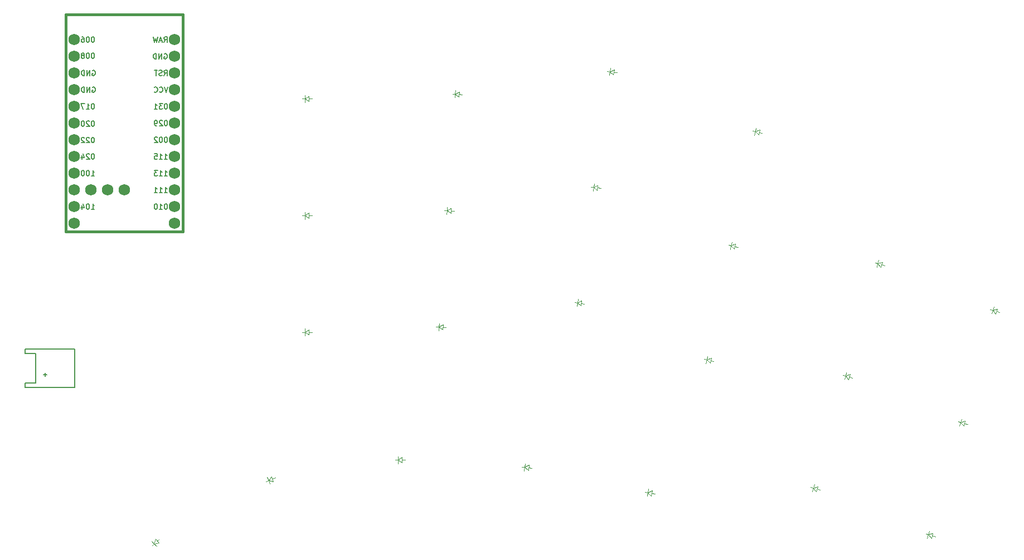
<source format=gbr>
%TF.GenerationSoftware,KiCad,Pcbnew,8.0.4*%
%TF.CreationDate,2024-08-02T13:19:55+01:00*%
%TF.ProjectId,right,72696768-742e-46b6-9963-61645f706362,v1.0.0*%
%TF.SameCoordinates,Original*%
%TF.FileFunction,Legend,Bot*%
%TF.FilePolarity,Positive*%
%FSLAX46Y46*%
G04 Gerber Fmt 4.6, Leading zero omitted, Abs format (unit mm)*
G04 Created by KiCad (PCBNEW 8.0.4) date 2024-08-02 13:19:55*
%MOMM*%
%LPD*%
G01*
G04 APERTURE LIST*
%ADD10C,0.150000*%
%ADD11C,0.100000*%
%ADD12C,0.381000*%
%ADD13C,1.752600*%
G04 APERTURE END LIST*
D10*
X155215118Y-118703694D02*
X155672261Y-118703694D01*
X155443689Y-118703694D02*
X155443689Y-117903694D01*
X155443689Y-117903694D02*
X155519880Y-118017979D01*
X155519880Y-118017979D02*
X155596070Y-118094170D01*
X155596070Y-118094170D02*
X155672261Y-118132265D01*
X154719879Y-117903694D02*
X154643689Y-117903694D01*
X154643689Y-117903694D02*
X154567498Y-117941789D01*
X154567498Y-117941789D02*
X154529403Y-117979884D01*
X154529403Y-117979884D02*
X154491308Y-118056075D01*
X154491308Y-118056075D02*
X154453213Y-118208456D01*
X154453213Y-118208456D02*
X154453213Y-118398932D01*
X154453213Y-118398932D02*
X154491308Y-118551313D01*
X154491308Y-118551313D02*
X154529403Y-118627503D01*
X154529403Y-118627503D02*
X154567498Y-118665599D01*
X154567498Y-118665599D02*
X154643689Y-118703694D01*
X154643689Y-118703694D02*
X154719879Y-118703694D01*
X154719879Y-118703694D02*
X154796070Y-118665599D01*
X154796070Y-118665599D02*
X154834165Y-118627503D01*
X154834165Y-118627503D02*
X154872260Y-118551313D01*
X154872260Y-118551313D02*
X154910356Y-118398932D01*
X154910356Y-118398932D02*
X154910356Y-118208456D01*
X154910356Y-118208456D02*
X154872260Y-118056075D01*
X154872260Y-118056075D02*
X154834165Y-117979884D01*
X154834165Y-117979884D02*
X154796070Y-117941789D01*
X154796070Y-117941789D02*
X154719879Y-117903694D01*
X153767498Y-118170360D02*
X153767498Y-118703694D01*
X153957974Y-117865599D02*
X154148451Y-118437027D01*
X154148451Y-118437027D02*
X153653212Y-118437027D01*
X155215116Y-113623692D02*
X155672259Y-113623692D01*
X155443687Y-113623692D02*
X155443687Y-112823692D01*
X155443687Y-112823692D02*
X155519878Y-112937977D01*
X155519878Y-112937977D02*
X155596068Y-113014168D01*
X155596068Y-113014168D02*
X155672259Y-113052263D01*
X154719877Y-112823692D02*
X154643687Y-112823692D01*
X154643687Y-112823692D02*
X154567496Y-112861787D01*
X154567496Y-112861787D02*
X154529401Y-112899882D01*
X154529401Y-112899882D02*
X154491306Y-112976073D01*
X154491306Y-112976073D02*
X154453211Y-113128454D01*
X154453211Y-113128454D02*
X154453211Y-113318930D01*
X154453211Y-113318930D02*
X154491306Y-113471311D01*
X154491306Y-113471311D02*
X154529401Y-113547501D01*
X154529401Y-113547501D02*
X154567496Y-113585597D01*
X154567496Y-113585597D02*
X154643687Y-113623692D01*
X154643687Y-113623692D02*
X154719877Y-113623692D01*
X154719877Y-113623692D02*
X154796068Y-113585597D01*
X154796068Y-113585597D02*
X154834163Y-113547501D01*
X154834163Y-113547501D02*
X154872258Y-113471311D01*
X154872258Y-113471311D02*
X154910354Y-113318930D01*
X154910354Y-113318930D02*
X154910354Y-113128454D01*
X154910354Y-113128454D02*
X154872258Y-112976073D01*
X154872258Y-112976073D02*
X154834163Y-112899882D01*
X154834163Y-112899882D02*
X154796068Y-112861787D01*
X154796068Y-112861787D02*
X154719877Y-112823692D01*
X153957972Y-112823692D02*
X153881782Y-112823692D01*
X153881782Y-112823692D02*
X153805591Y-112861787D01*
X153805591Y-112861787D02*
X153767496Y-112899882D01*
X153767496Y-112899882D02*
X153729401Y-112976073D01*
X153729401Y-112976073D02*
X153691306Y-113128454D01*
X153691306Y-113128454D02*
X153691306Y-113318930D01*
X153691306Y-113318930D02*
X153729401Y-113471311D01*
X153729401Y-113471311D02*
X153767496Y-113547501D01*
X153767496Y-113547501D02*
X153805591Y-113585597D01*
X153805591Y-113585597D02*
X153881782Y-113623692D01*
X153881782Y-113623692D02*
X153957972Y-113623692D01*
X153957972Y-113623692D02*
X154034163Y-113585597D01*
X154034163Y-113585597D02*
X154072258Y-113547501D01*
X154072258Y-113547501D02*
X154110353Y-113471311D01*
X154110353Y-113471311D02*
X154148449Y-113318930D01*
X154148449Y-113318930D02*
X154148449Y-113128454D01*
X154148449Y-113128454D02*
X154110353Y-112976073D01*
X154110353Y-112976073D02*
X154072258Y-112899882D01*
X154072258Y-112899882D02*
X154034163Y-112861787D01*
X154034163Y-112861787D02*
X153957972Y-112823692D01*
X155481784Y-110283694D02*
X155405594Y-110283694D01*
X155405594Y-110283694D02*
X155329403Y-110321789D01*
X155329403Y-110321789D02*
X155291308Y-110359884D01*
X155291308Y-110359884D02*
X155253213Y-110436075D01*
X155253213Y-110436075D02*
X155215118Y-110588456D01*
X155215118Y-110588456D02*
X155215118Y-110778932D01*
X155215118Y-110778932D02*
X155253213Y-110931313D01*
X155253213Y-110931313D02*
X155291308Y-111007503D01*
X155291308Y-111007503D02*
X155329403Y-111045599D01*
X155329403Y-111045599D02*
X155405594Y-111083694D01*
X155405594Y-111083694D02*
X155481784Y-111083694D01*
X155481784Y-111083694D02*
X155557975Y-111045599D01*
X155557975Y-111045599D02*
X155596070Y-111007503D01*
X155596070Y-111007503D02*
X155634165Y-110931313D01*
X155634165Y-110931313D02*
X155672261Y-110778932D01*
X155672261Y-110778932D02*
X155672261Y-110588456D01*
X155672261Y-110588456D02*
X155634165Y-110436075D01*
X155634165Y-110436075D02*
X155596070Y-110359884D01*
X155596070Y-110359884D02*
X155557975Y-110321789D01*
X155557975Y-110321789D02*
X155481784Y-110283694D01*
X154910356Y-110359884D02*
X154872260Y-110321789D01*
X154872260Y-110321789D02*
X154796070Y-110283694D01*
X154796070Y-110283694D02*
X154605594Y-110283694D01*
X154605594Y-110283694D02*
X154529403Y-110321789D01*
X154529403Y-110321789D02*
X154491308Y-110359884D01*
X154491308Y-110359884D02*
X154453213Y-110436075D01*
X154453213Y-110436075D02*
X154453213Y-110512265D01*
X154453213Y-110512265D02*
X154491308Y-110626551D01*
X154491308Y-110626551D02*
X154948451Y-111083694D01*
X154948451Y-111083694D02*
X154453213Y-111083694D01*
X153767498Y-110550360D02*
X153767498Y-111083694D01*
X153957974Y-110245599D02*
X154148451Y-110817027D01*
X154148451Y-110817027D02*
X153653212Y-110817027D01*
X155481784Y-107773693D02*
X155405594Y-107773693D01*
X155405594Y-107773693D02*
X155329403Y-107811788D01*
X155329403Y-107811788D02*
X155291308Y-107849883D01*
X155291308Y-107849883D02*
X155253213Y-107926074D01*
X155253213Y-107926074D02*
X155215118Y-108078455D01*
X155215118Y-108078455D02*
X155215118Y-108268931D01*
X155215118Y-108268931D02*
X155253213Y-108421312D01*
X155253213Y-108421312D02*
X155291308Y-108497502D01*
X155291308Y-108497502D02*
X155329403Y-108535598D01*
X155329403Y-108535598D02*
X155405594Y-108573693D01*
X155405594Y-108573693D02*
X155481784Y-108573693D01*
X155481784Y-108573693D02*
X155557975Y-108535598D01*
X155557975Y-108535598D02*
X155596070Y-108497502D01*
X155596070Y-108497502D02*
X155634165Y-108421312D01*
X155634165Y-108421312D02*
X155672261Y-108268931D01*
X155672261Y-108268931D02*
X155672261Y-108078455D01*
X155672261Y-108078455D02*
X155634165Y-107926074D01*
X155634165Y-107926074D02*
X155596070Y-107849883D01*
X155596070Y-107849883D02*
X155557975Y-107811788D01*
X155557975Y-107811788D02*
X155481784Y-107773693D01*
X154910356Y-107849883D02*
X154872260Y-107811788D01*
X154872260Y-107811788D02*
X154796070Y-107773693D01*
X154796070Y-107773693D02*
X154605594Y-107773693D01*
X154605594Y-107773693D02*
X154529403Y-107811788D01*
X154529403Y-107811788D02*
X154491308Y-107849883D01*
X154491308Y-107849883D02*
X154453213Y-107926074D01*
X154453213Y-107926074D02*
X154453213Y-108002264D01*
X154453213Y-108002264D02*
X154491308Y-108116550D01*
X154491308Y-108116550D02*
X154948451Y-108573693D01*
X154948451Y-108573693D02*
X154453213Y-108573693D01*
X154148451Y-107849883D02*
X154110355Y-107811788D01*
X154110355Y-107811788D02*
X154034165Y-107773693D01*
X154034165Y-107773693D02*
X153843689Y-107773693D01*
X153843689Y-107773693D02*
X153767498Y-107811788D01*
X153767498Y-107811788D02*
X153729403Y-107849883D01*
X153729403Y-107849883D02*
X153691308Y-107926074D01*
X153691308Y-107926074D02*
X153691308Y-108002264D01*
X153691308Y-108002264D02*
X153729403Y-108116550D01*
X153729403Y-108116550D02*
X154186546Y-108573693D01*
X154186546Y-108573693D02*
X153691308Y-108573693D01*
X155481780Y-105273689D02*
X155405590Y-105273689D01*
X155405590Y-105273689D02*
X155329399Y-105311784D01*
X155329399Y-105311784D02*
X155291304Y-105349879D01*
X155291304Y-105349879D02*
X155253209Y-105426070D01*
X155253209Y-105426070D02*
X155215114Y-105578451D01*
X155215114Y-105578451D02*
X155215114Y-105768927D01*
X155215114Y-105768927D02*
X155253209Y-105921308D01*
X155253209Y-105921308D02*
X155291304Y-105997498D01*
X155291304Y-105997498D02*
X155329399Y-106035594D01*
X155329399Y-106035594D02*
X155405590Y-106073689D01*
X155405590Y-106073689D02*
X155481780Y-106073689D01*
X155481780Y-106073689D02*
X155557971Y-106035594D01*
X155557971Y-106035594D02*
X155596066Y-105997498D01*
X155596066Y-105997498D02*
X155634161Y-105921308D01*
X155634161Y-105921308D02*
X155672257Y-105768927D01*
X155672257Y-105768927D02*
X155672257Y-105578451D01*
X155672257Y-105578451D02*
X155634161Y-105426070D01*
X155634161Y-105426070D02*
X155596066Y-105349879D01*
X155596066Y-105349879D02*
X155557971Y-105311784D01*
X155557971Y-105311784D02*
X155481780Y-105273689D01*
X154910352Y-105349879D02*
X154872256Y-105311784D01*
X154872256Y-105311784D02*
X154796066Y-105273689D01*
X154796066Y-105273689D02*
X154605590Y-105273689D01*
X154605590Y-105273689D02*
X154529399Y-105311784D01*
X154529399Y-105311784D02*
X154491304Y-105349879D01*
X154491304Y-105349879D02*
X154453209Y-105426070D01*
X154453209Y-105426070D02*
X154453209Y-105502260D01*
X154453209Y-105502260D02*
X154491304Y-105616546D01*
X154491304Y-105616546D02*
X154948447Y-106073689D01*
X154948447Y-106073689D02*
X154453209Y-106073689D01*
X153957970Y-105273689D02*
X153881780Y-105273689D01*
X153881780Y-105273689D02*
X153805589Y-105311784D01*
X153805589Y-105311784D02*
X153767494Y-105349879D01*
X153767494Y-105349879D02*
X153729399Y-105426070D01*
X153729399Y-105426070D02*
X153691304Y-105578451D01*
X153691304Y-105578451D02*
X153691304Y-105768927D01*
X153691304Y-105768927D02*
X153729399Y-105921308D01*
X153729399Y-105921308D02*
X153767494Y-105997498D01*
X153767494Y-105997498D02*
X153805589Y-106035594D01*
X153805589Y-106035594D02*
X153881780Y-106073689D01*
X153881780Y-106073689D02*
X153957970Y-106073689D01*
X153957970Y-106073689D02*
X154034161Y-106035594D01*
X154034161Y-106035594D02*
X154072256Y-105997498D01*
X154072256Y-105997498D02*
X154110351Y-105921308D01*
X154110351Y-105921308D02*
X154148447Y-105768927D01*
X154148447Y-105768927D02*
X154148447Y-105578451D01*
X154148447Y-105578451D02*
X154110351Y-105426070D01*
X154110351Y-105426070D02*
X154072256Y-105349879D01*
X154072256Y-105349879D02*
X154034161Y-105311784D01*
X154034161Y-105311784D02*
X153957970Y-105273689D01*
X155481782Y-102673694D02*
X155405592Y-102673694D01*
X155405592Y-102673694D02*
X155329401Y-102711789D01*
X155329401Y-102711789D02*
X155291306Y-102749884D01*
X155291306Y-102749884D02*
X155253211Y-102826075D01*
X155253211Y-102826075D02*
X155215116Y-102978456D01*
X155215116Y-102978456D02*
X155215116Y-103168932D01*
X155215116Y-103168932D02*
X155253211Y-103321313D01*
X155253211Y-103321313D02*
X155291306Y-103397503D01*
X155291306Y-103397503D02*
X155329401Y-103435599D01*
X155329401Y-103435599D02*
X155405592Y-103473694D01*
X155405592Y-103473694D02*
X155481782Y-103473694D01*
X155481782Y-103473694D02*
X155557973Y-103435599D01*
X155557973Y-103435599D02*
X155596068Y-103397503D01*
X155596068Y-103397503D02*
X155634163Y-103321313D01*
X155634163Y-103321313D02*
X155672259Y-103168932D01*
X155672259Y-103168932D02*
X155672259Y-102978456D01*
X155672259Y-102978456D02*
X155634163Y-102826075D01*
X155634163Y-102826075D02*
X155596068Y-102749884D01*
X155596068Y-102749884D02*
X155557973Y-102711789D01*
X155557973Y-102711789D02*
X155481782Y-102673694D01*
X154453211Y-103473694D02*
X154910354Y-103473694D01*
X154681782Y-103473694D02*
X154681782Y-102673694D01*
X154681782Y-102673694D02*
X154757973Y-102787979D01*
X154757973Y-102787979D02*
X154834163Y-102864170D01*
X154834163Y-102864170D02*
X154910354Y-102902265D01*
X154186544Y-102673694D02*
X153653210Y-102673694D01*
X153653210Y-102673694D02*
X153996068Y-103473694D01*
X155367498Y-100161789D02*
X155443688Y-100123694D01*
X155443688Y-100123694D02*
X155557974Y-100123694D01*
X155557974Y-100123694D02*
X155672260Y-100161789D01*
X155672260Y-100161789D02*
X155748450Y-100237979D01*
X155748450Y-100237979D02*
X155786545Y-100314170D01*
X155786545Y-100314170D02*
X155824641Y-100466551D01*
X155824641Y-100466551D02*
X155824641Y-100580837D01*
X155824641Y-100580837D02*
X155786545Y-100733218D01*
X155786545Y-100733218D02*
X155748450Y-100809408D01*
X155748450Y-100809408D02*
X155672260Y-100885599D01*
X155672260Y-100885599D02*
X155557974Y-100923694D01*
X155557974Y-100923694D02*
X155481783Y-100923694D01*
X155481783Y-100923694D02*
X155367498Y-100885599D01*
X155367498Y-100885599D02*
X155329402Y-100847503D01*
X155329402Y-100847503D02*
X155329402Y-100580837D01*
X155329402Y-100580837D02*
X155481783Y-100580837D01*
X154986545Y-100923694D02*
X154986545Y-100123694D01*
X154986545Y-100123694D02*
X154529402Y-100923694D01*
X154529402Y-100923694D02*
X154529402Y-100123694D01*
X154148450Y-100923694D02*
X154148450Y-100123694D01*
X154148450Y-100123694D02*
X153957974Y-100123694D01*
X153957974Y-100123694D02*
X153843688Y-100161789D01*
X153843688Y-100161789D02*
X153767498Y-100237979D01*
X153767498Y-100237979D02*
X153729403Y-100314170D01*
X153729403Y-100314170D02*
X153691307Y-100466551D01*
X153691307Y-100466551D02*
X153691307Y-100580837D01*
X153691307Y-100580837D02*
X153729403Y-100733218D01*
X153729403Y-100733218D02*
X153767498Y-100809408D01*
X153767498Y-100809408D02*
X153843688Y-100885599D01*
X153843688Y-100885599D02*
X153957974Y-100923694D01*
X153957974Y-100923694D02*
X154148450Y-100923694D01*
X155367500Y-97621787D02*
X155443690Y-97583692D01*
X155443690Y-97583692D02*
X155557976Y-97583692D01*
X155557976Y-97583692D02*
X155672262Y-97621787D01*
X155672262Y-97621787D02*
X155748452Y-97697977D01*
X155748452Y-97697977D02*
X155786547Y-97774168D01*
X155786547Y-97774168D02*
X155824643Y-97926549D01*
X155824643Y-97926549D02*
X155824643Y-98040835D01*
X155824643Y-98040835D02*
X155786547Y-98193216D01*
X155786547Y-98193216D02*
X155748452Y-98269406D01*
X155748452Y-98269406D02*
X155672262Y-98345597D01*
X155672262Y-98345597D02*
X155557976Y-98383692D01*
X155557976Y-98383692D02*
X155481785Y-98383692D01*
X155481785Y-98383692D02*
X155367500Y-98345597D01*
X155367500Y-98345597D02*
X155329404Y-98307501D01*
X155329404Y-98307501D02*
X155329404Y-98040835D01*
X155329404Y-98040835D02*
X155481785Y-98040835D01*
X154986547Y-98383692D02*
X154986547Y-97583692D01*
X154986547Y-97583692D02*
X154529404Y-98383692D01*
X154529404Y-98383692D02*
X154529404Y-97583692D01*
X154148452Y-98383692D02*
X154148452Y-97583692D01*
X154148452Y-97583692D02*
X153957976Y-97583692D01*
X153957976Y-97583692D02*
X153843690Y-97621787D01*
X153843690Y-97621787D02*
X153767500Y-97697977D01*
X153767500Y-97697977D02*
X153729405Y-97774168D01*
X153729405Y-97774168D02*
X153691309Y-97926549D01*
X153691309Y-97926549D02*
X153691309Y-98040835D01*
X153691309Y-98040835D02*
X153729405Y-98193216D01*
X153729405Y-98193216D02*
X153767500Y-98269406D01*
X153767500Y-98269406D02*
X153843690Y-98345597D01*
X153843690Y-98345597D02*
X153957976Y-98383692D01*
X153957976Y-98383692D02*
X154148452Y-98383692D01*
X155481782Y-94973692D02*
X155405592Y-94973692D01*
X155405592Y-94973692D02*
X155329401Y-95011787D01*
X155329401Y-95011787D02*
X155291306Y-95049882D01*
X155291306Y-95049882D02*
X155253211Y-95126073D01*
X155253211Y-95126073D02*
X155215116Y-95278454D01*
X155215116Y-95278454D02*
X155215116Y-95468930D01*
X155215116Y-95468930D02*
X155253211Y-95621311D01*
X155253211Y-95621311D02*
X155291306Y-95697501D01*
X155291306Y-95697501D02*
X155329401Y-95735597D01*
X155329401Y-95735597D02*
X155405592Y-95773692D01*
X155405592Y-95773692D02*
X155481782Y-95773692D01*
X155481782Y-95773692D02*
X155557973Y-95735597D01*
X155557973Y-95735597D02*
X155596068Y-95697501D01*
X155596068Y-95697501D02*
X155634163Y-95621311D01*
X155634163Y-95621311D02*
X155672259Y-95468930D01*
X155672259Y-95468930D02*
X155672259Y-95278454D01*
X155672259Y-95278454D02*
X155634163Y-95126073D01*
X155634163Y-95126073D02*
X155596068Y-95049882D01*
X155596068Y-95049882D02*
X155557973Y-95011787D01*
X155557973Y-95011787D02*
X155481782Y-94973692D01*
X154719877Y-94973692D02*
X154643687Y-94973692D01*
X154643687Y-94973692D02*
X154567496Y-95011787D01*
X154567496Y-95011787D02*
X154529401Y-95049882D01*
X154529401Y-95049882D02*
X154491306Y-95126073D01*
X154491306Y-95126073D02*
X154453211Y-95278454D01*
X154453211Y-95278454D02*
X154453211Y-95468930D01*
X154453211Y-95468930D02*
X154491306Y-95621311D01*
X154491306Y-95621311D02*
X154529401Y-95697501D01*
X154529401Y-95697501D02*
X154567496Y-95735597D01*
X154567496Y-95735597D02*
X154643687Y-95773692D01*
X154643687Y-95773692D02*
X154719877Y-95773692D01*
X154719877Y-95773692D02*
X154796068Y-95735597D01*
X154796068Y-95735597D02*
X154834163Y-95697501D01*
X154834163Y-95697501D02*
X154872258Y-95621311D01*
X154872258Y-95621311D02*
X154910354Y-95468930D01*
X154910354Y-95468930D02*
X154910354Y-95278454D01*
X154910354Y-95278454D02*
X154872258Y-95126073D01*
X154872258Y-95126073D02*
X154834163Y-95049882D01*
X154834163Y-95049882D02*
X154796068Y-95011787D01*
X154796068Y-95011787D02*
X154719877Y-94973692D01*
X153996068Y-95316549D02*
X154072258Y-95278454D01*
X154072258Y-95278454D02*
X154110353Y-95240358D01*
X154110353Y-95240358D02*
X154148449Y-95164168D01*
X154148449Y-95164168D02*
X154148449Y-95126073D01*
X154148449Y-95126073D02*
X154110353Y-95049882D01*
X154110353Y-95049882D02*
X154072258Y-95011787D01*
X154072258Y-95011787D02*
X153996068Y-94973692D01*
X153996068Y-94973692D02*
X153843687Y-94973692D01*
X153843687Y-94973692D02*
X153767496Y-95011787D01*
X153767496Y-95011787D02*
X153729401Y-95049882D01*
X153729401Y-95049882D02*
X153691306Y-95126073D01*
X153691306Y-95126073D02*
X153691306Y-95164168D01*
X153691306Y-95164168D02*
X153729401Y-95240358D01*
X153729401Y-95240358D02*
X153767496Y-95278454D01*
X153767496Y-95278454D02*
X153843687Y-95316549D01*
X153843687Y-95316549D02*
X153996068Y-95316549D01*
X153996068Y-95316549D02*
X154072258Y-95354644D01*
X154072258Y-95354644D02*
X154110353Y-95392739D01*
X154110353Y-95392739D02*
X154148449Y-95468930D01*
X154148449Y-95468930D02*
X154148449Y-95621311D01*
X154148449Y-95621311D02*
X154110353Y-95697501D01*
X154110353Y-95697501D02*
X154072258Y-95735597D01*
X154072258Y-95735597D02*
X153996068Y-95773692D01*
X153996068Y-95773692D02*
X153843687Y-95773692D01*
X153843687Y-95773692D02*
X153767496Y-95735597D01*
X153767496Y-95735597D02*
X153729401Y-95697501D01*
X153729401Y-95697501D02*
X153691306Y-95621311D01*
X153691306Y-95621311D02*
X153691306Y-95468930D01*
X153691306Y-95468930D02*
X153729401Y-95392739D01*
X153729401Y-95392739D02*
X153767496Y-95354644D01*
X153767496Y-95354644D02*
X153843687Y-95316549D01*
X155481783Y-92503693D02*
X155405593Y-92503693D01*
X155405593Y-92503693D02*
X155329402Y-92541788D01*
X155329402Y-92541788D02*
X155291307Y-92579883D01*
X155291307Y-92579883D02*
X155253212Y-92656074D01*
X155253212Y-92656074D02*
X155215117Y-92808455D01*
X155215117Y-92808455D02*
X155215117Y-92998931D01*
X155215117Y-92998931D02*
X155253212Y-93151312D01*
X155253212Y-93151312D02*
X155291307Y-93227502D01*
X155291307Y-93227502D02*
X155329402Y-93265598D01*
X155329402Y-93265598D02*
X155405593Y-93303693D01*
X155405593Y-93303693D02*
X155481783Y-93303693D01*
X155481783Y-93303693D02*
X155557974Y-93265598D01*
X155557974Y-93265598D02*
X155596069Y-93227502D01*
X155596069Y-93227502D02*
X155634164Y-93151312D01*
X155634164Y-93151312D02*
X155672260Y-92998931D01*
X155672260Y-92998931D02*
X155672260Y-92808455D01*
X155672260Y-92808455D02*
X155634164Y-92656074D01*
X155634164Y-92656074D02*
X155596069Y-92579883D01*
X155596069Y-92579883D02*
X155557974Y-92541788D01*
X155557974Y-92541788D02*
X155481783Y-92503693D01*
X154719878Y-92503693D02*
X154643688Y-92503693D01*
X154643688Y-92503693D02*
X154567497Y-92541788D01*
X154567497Y-92541788D02*
X154529402Y-92579883D01*
X154529402Y-92579883D02*
X154491307Y-92656074D01*
X154491307Y-92656074D02*
X154453212Y-92808455D01*
X154453212Y-92808455D02*
X154453212Y-92998931D01*
X154453212Y-92998931D02*
X154491307Y-93151312D01*
X154491307Y-93151312D02*
X154529402Y-93227502D01*
X154529402Y-93227502D02*
X154567497Y-93265598D01*
X154567497Y-93265598D02*
X154643688Y-93303693D01*
X154643688Y-93303693D02*
X154719878Y-93303693D01*
X154719878Y-93303693D02*
X154796069Y-93265598D01*
X154796069Y-93265598D02*
X154834164Y-93227502D01*
X154834164Y-93227502D02*
X154872259Y-93151312D01*
X154872259Y-93151312D02*
X154910355Y-92998931D01*
X154910355Y-92998931D02*
X154910355Y-92808455D01*
X154910355Y-92808455D02*
X154872259Y-92656074D01*
X154872259Y-92656074D02*
X154834164Y-92579883D01*
X154834164Y-92579883D02*
X154796069Y-92541788D01*
X154796069Y-92541788D02*
X154719878Y-92503693D01*
X153767497Y-92503693D02*
X153919878Y-92503693D01*
X153919878Y-92503693D02*
X153996069Y-92541788D01*
X153996069Y-92541788D02*
X154034164Y-92579883D01*
X154034164Y-92579883D02*
X154110354Y-92694169D01*
X154110354Y-92694169D02*
X154148450Y-92846550D01*
X154148450Y-92846550D02*
X154148450Y-93151312D01*
X154148450Y-93151312D02*
X154110354Y-93227502D01*
X154110354Y-93227502D02*
X154072259Y-93265598D01*
X154072259Y-93265598D02*
X153996069Y-93303693D01*
X153996069Y-93303693D02*
X153843688Y-93303693D01*
X153843688Y-93303693D02*
X153767497Y-93265598D01*
X153767497Y-93265598D02*
X153729402Y-93227502D01*
X153729402Y-93227502D02*
X153691307Y-93151312D01*
X153691307Y-93151312D02*
X153691307Y-92960836D01*
X153691307Y-92960836D02*
X153729402Y-92884645D01*
X153729402Y-92884645D02*
X153767497Y-92846550D01*
X153767497Y-92846550D02*
X153843688Y-92808455D01*
X153843688Y-92808455D02*
X153996069Y-92808455D01*
X153996069Y-92808455D02*
X154072259Y-92846550D01*
X154072259Y-92846550D02*
X154110354Y-92884645D01*
X154110354Y-92884645D02*
X154148450Y-92960836D01*
X166556164Y-117903693D02*
X166479974Y-117903693D01*
X166479974Y-117903693D02*
X166403783Y-117941788D01*
X166403783Y-117941788D02*
X166365688Y-117979883D01*
X166365688Y-117979883D02*
X166327593Y-118056074D01*
X166327593Y-118056074D02*
X166289498Y-118208455D01*
X166289498Y-118208455D02*
X166289498Y-118398931D01*
X166289498Y-118398931D02*
X166327593Y-118551312D01*
X166327593Y-118551312D02*
X166365688Y-118627502D01*
X166365688Y-118627502D02*
X166403783Y-118665598D01*
X166403783Y-118665598D02*
X166479974Y-118703693D01*
X166479974Y-118703693D02*
X166556164Y-118703693D01*
X166556164Y-118703693D02*
X166632355Y-118665598D01*
X166632355Y-118665598D02*
X166670450Y-118627502D01*
X166670450Y-118627502D02*
X166708545Y-118551312D01*
X166708545Y-118551312D02*
X166746641Y-118398931D01*
X166746641Y-118398931D02*
X166746641Y-118208455D01*
X166746641Y-118208455D02*
X166708545Y-118056074D01*
X166708545Y-118056074D02*
X166670450Y-117979883D01*
X166670450Y-117979883D02*
X166632355Y-117941788D01*
X166632355Y-117941788D02*
X166556164Y-117903693D01*
X165527593Y-118703693D02*
X165984736Y-118703693D01*
X165756164Y-118703693D02*
X165756164Y-117903693D01*
X165756164Y-117903693D02*
X165832355Y-118017978D01*
X165832355Y-118017978D02*
X165908545Y-118094169D01*
X165908545Y-118094169D02*
X165984736Y-118132264D01*
X165032354Y-117903693D02*
X164956164Y-117903693D01*
X164956164Y-117903693D02*
X164879973Y-117941788D01*
X164879973Y-117941788D02*
X164841878Y-117979883D01*
X164841878Y-117979883D02*
X164803783Y-118056074D01*
X164803783Y-118056074D02*
X164765688Y-118208455D01*
X164765688Y-118208455D02*
X164765688Y-118398931D01*
X164765688Y-118398931D02*
X164803783Y-118551312D01*
X164803783Y-118551312D02*
X164841878Y-118627502D01*
X164841878Y-118627502D02*
X164879973Y-118665598D01*
X164879973Y-118665598D02*
X164956164Y-118703693D01*
X164956164Y-118703693D02*
X165032354Y-118703693D01*
X165032354Y-118703693D02*
X165108545Y-118665598D01*
X165108545Y-118665598D02*
X165146640Y-118627502D01*
X165146640Y-118627502D02*
X165184735Y-118551312D01*
X165184735Y-118551312D02*
X165222831Y-118398931D01*
X165222831Y-118398931D02*
X165222831Y-118208455D01*
X165222831Y-118208455D02*
X165184735Y-118056074D01*
X165184735Y-118056074D02*
X165146640Y-117979883D01*
X165146640Y-117979883D02*
X165108545Y-117941788D01*
X165108545Y-117941788D02*
X165032354Y-117903693D01*
X166289499Y-116163693D02*
X166746642Y-116163693D01*
X166518070Y-116163693D02*
X166518070Y-115363693D01*
X166518070Y-115363693D02*
X166594261Y-115477978D01*
X166594261Y-115477978D02*
X166670451Y-115554169D01*
X166670451Y-115554169D02*
X166746642Y-115592264D01*
X165527594Y-116163693D02*
X165984737Y-116163693D01*
X165756165Y-116163693D02*
X165756165Y-115363693D01*
X165756165Y-115363693D02*
X165832356Y-115477978D01*
X165832356Y-115477978D02*
X165908546Y-115554169D01*
X165908546Y-115554169D02*
X165984737Y-115592264D01*
X164765689Y-116163693D02*
X165222832Y-116163693D01*
X164994260Y-116163693D02*
X164994260Y-115363693D01*
X164994260Y-115363693D02*
X165070451Y-115477978D01*
X165070451Y-115477978D02*
X165146641Y-115554169D01*
X165146641Y-115554169D02*
X165222832Y-115592264D01*
X166289498Y-113623693D02*
X166746641Y-113623693D01*
X166518069Y-113623693D02*
X166518069Y-112823693D01*
X166518069Y-112823693D02*
X166594260Y-112937978D01*
X166594260Y-112937978D02*
X166670450Y-113014169D01*
X166670450Y-113014169D02*
X166746641Y-113052264D01*
X165527593Y-113623693D02*
X165984736Y-113623693D01*
X165756164Y-113623693D02*
X165756164Y-112823693D01*
X165756164Y-112823693D02*
X165832355Y-112937978D01*
X165832355Y-112937978D02*
X165908545Y-113014169D01*
X165908545Y-113014169D02*
X165984736Y-113052264D01*
X165260926Y-112823693D02*
X164765688Y-112823693D01*
X164765688Y-112823693D02*
X165032354Y-113128455D01*
X165032354Y-113128455D02*
X164918069Y-113128455D01*
X164918069Y-113128455D02*
X164841878Y-113166550D01*
X164841878Y-113166550D02*
X164803783Y-113204645D01*
X164803783Y-113204645D02*
X164765688Y-113280836D01*
X164765688Y-113280836D02*
X164765688Y-113471312D01*
X164765688Y-113471312D02*
X164803783Y-113547502D01*
X164803783Y-113547502D02*
X164841878Y-113585598D01*
X164841878Y-113585598D02*
X164918069Y-113623693D01*
X164918069Y-113623693D02*
X165146640Y-113623693D01*
X165146640Y-113623693D02*
X165222831Y-113585598D01*
X165222831Y-113585598D02*
X165260926Y-113547502D01*
X166289498Y-111083694D02*
X166746641Y-111083694D01*
X166518069Y-111083694D02*
X166518069Y-110283694D01*
X166518069Y-110283694D02*
X166594260Y-110397979D01*
X166594260Y-110397979D02*
X166670450Y-110474170D01*
X166670450Y-110474170D02*
X166746641Y-110512265D01*
X165527593Y-111083694D02*
X165984736Y-111083694D01*
X165756164Y-111083694D02*
X165756164Y-110283694D01*
X165756164Y-110283694D02*
X165832355Y-110397979D01*
X165832355Y-110397979D02*
X165908545Y-110474170D01*
X165908545Y-110474170D02*
X165984736Y-110512265D01*
X164803783Y-110283694D02*
X165184735Y-110283694D01*
X165184735Y-110283694D02*
X165222831Y-110664646D01*
X165222831Y-110664646D02*
X165184735Y-110626551D01*
X165184735Y-110626551D02*
X165108545Y-110588456D01*
X165108545Y-110588456D02*
X164918069Y-110588456D01*
X164918069Y-110588456D02*
X164841878Y-110626551D01*
X164841878Y-110626551D02*
X164803783Y-110664646D01*
X164803783Y-110664646D02*
X164765688Y-110740837D01*
X164765688Y-110740837D02*
X164765688Y-110931313D01*
X164765688Y-110931313D02*
X164803783Y-111007503D01*
X164803783Y-111007503D02*
X164841878Y-111045599D01*
X164841878Y-111045599D02*
X164918069Y-111083694D01*
X164918069Y-111083694D02*
X165108545Y-111083694D01*
X165108545Y-111083694D02*
X165184735Y-111045599D01*
X165184735Y-111045599D02*
X165222831Y-111007503D01*
X166556165Y-107743695D02*
X166479975Y-107743695D01*
X166479975Y-107743695D02*
X166403784Y-107781790D01*
X166403784Y-107781790D02*
X166365689Y-107819885D01*
X166365689Y-107819885D02*
X166327594Y-107896076D01*
X166327594Y-107896076D02*
X166289499Y-108048457D01*
X166289499Y-108048457D02*
X166289499Y-108238933D01*
X166289499Y-108238933D02*
X166327594Y-108391314D01*
X166327594Y-108391314D02*
X166365689Y-108467504D01*
X166365689Y-108467504D02*
X166403784Y-108505600D01*
X166403784Y-108505600D02*
X166479975Y-108543695D01*
X166479975Y-108543695D02*
X166556165Y-108543695D01*
X166556165Y-108543695D02*
X166632356Y-108505600D01*
X166632356Y-108505600D02*
X166670451Y-108467504D01*
X166670451Y-108467504D02*
X166708546Y-108391314D01*
X166708546Y-108391314D02*
X166746642Y-108238933D01*
X166746642Y-108238933D02*
X166746642Y-108048457D01*
X166746642Y-108048457D02*
X166708546Y-107896076D01*
X166708546Y-107896076D02*
X166670451Y-107819885D01*
X166670451Y-107819885D02*
X166632356Y-107781790D01*
X166632356Y-107781790D02*
X166556165Y-107743695D01*
X165794260Y-107743695D02*
X165718070Y-107743695D01*
X165718070Y-107743695D02*
X165641879Y-107781790D01*
X165641879Y-107781790D02*
X165603784Y-107819885D01*
X165603784Y-107819885D02*
X165565689Y-107896076D01*
X165565689Y-107896076D02*
X165527594Y-108048457D01*
X165527594Y-108048457D02*
X165527594Y-108238933D01*
X165527594Y-108238933D02*
X165565689Y-108391314D01*
X165565689Y-108391314D02*
X165603784Y-108467504D01*
X165603784Y-108467504D02*
X165641879Y-108505600D01*
X165641879Y-108505600D02*
X165718070Y-108543695D01*
X165718070Y-108543695D02*
X165794260Y-108543695D01*
X165794260Y-108543695D02*
X165870451Y-108505600D01*
X165870451Y-108505600D02*
X165908546Y-108467504D01*
X165908546Y-108467504D02*
X165946641Y-108391314D01*
X165946641Y-108391314D02*
X165984737Y-108238933D01*
X165984737Y-108238933D02*
X165984737Y-108048457D01*
X165984737Y-108048457D02*
X165946641Y-107896076D01*
X165946641Y-107896076D02*
X165908546Y-107819885D01*
X165908546Y-107819885D02*
X165870451Y-107781790D01*
X165870451Y-107781790D02*
X165794260Y-107743695D01*
X165222832Y-107819885D02*
X165184736Y-107781790D01*
X165184736Y-107781790D02*
X165108546Y-107743695D01*
X165108546Y-107743695D02*
X164918070Y-107743695D01*
X164918070Y-107743695D02*
X164841879Y-107781790D01*
X164841879Y-107781790D02*
X164803784Y-107819885D01*
X164803784Y-107819885D02*
X164765689Y-107896076D01*
X164765689Y-107896076D02*
X164765689Y-107972266D01*
X164765689Y-107972266D02*
X164803784Y-108086552D01*
X164803784Y-108086552D02*
X165260927Y-108543695D01*
X165260927Y-108543695D02*
X164765689Y-108543695D01*
X166556163Y-105203699D02*
X166479973Y-105203699D01*
X166479973Y-105203699D02*
X166403782Y-105241794D01*
X166403782Y-105241794D02*
X166365687Y-105279889D01*
X166365687Y-105279889D02*
X166327592Y-105356080D01*
X166327592Y-105356080D02*
X166289497Y-105508461D01*
X166289497Y-105508461D02*
X166289497Y-105698937D01*
X166289497Y-105698937D02*
X166327592Y-105851318D01*
X166327592Y-105851318D02*
X166365687Y-105927508D01*
X166365687Y-105927508D02*
X166403782Y-105965604D01*
X166403782Y-105965604D02*
X166479973Y-106003699D01*
X166479973Y-106003699D02*
X166556163Y-106003699D01*
X166556163Y-106003699D02*
X166632354Y-105965604D01*
X166632354Y-105965604D02*
X166670449Y-105927508D01*
X166670449Y-105927508D02*
X166708544Y-105851318D01*
X166708544Y-105851318D02*
X166746640Y-105698937D01*
X166746640Y-105698937D02*
X166746640Y-105508461D01*
X166746640Y-105508461D02*
X166708544Y-105356080D01*
X166708544Y-105356080D02*
X166670449Y-105279889D01*
X166670449Y-105279889D02*
X166632354Y-105241794D01*
X166632354Y-105241794D02*
X166556163Y-105203699D01*
X165984735Y-105279889D02*
X165946639Y-105241794D01*
X165946639Y-105241794D02*
X165870449Y-105203699D01*
X165870449Y-105203699D02*
X165679973Y-105203699D01*
X165679973Y-105203699D02*
X165603782Y-105241794D01*
X165603782Y-105241794D02*
X165565687Y-105279889D01*
X165565687Y-105279889D02*
X165527592Y-105356080D01*
X165527592Y-105356080D02*
X165527592Y-105432270D01*
X165527592Y-105432270D02*
X165565687Y-105546556D01*
X165565687Y-105546556D02*
X166022830Y-106003699D01*
X166022830Y-106003699D02*
X165527592Y-106003699D01*
X165146639Y-106003699D02*
X164994258Y-106003699D01*
X164994258Y-106003699D02*
X164918068Y-105965604D01*
X164918068Y-105965604D02*
X164879972Y-105927508D01*
X164879972Y-105927508D02*
X164803782Y-105813223D01*
X164803782Y-105813223D02*
X164765687Y-105660842D01*
X164765687Y-105660842D02*
X164765687Y-105356080D01*
X164765687Y-105356080D02*
X164803782Y-105279889D01*
X164803782Y-105279889D02*
X164841877Y-105241794D01*
X164841877Y-105241794D02*
X164918068Y-105203699D01*
X164918068Y-105203699D02*
X165070449Y-105203699D01*
X165070449Y-105203699D02*
X165146639Y-105241794D01*
X165146639Y-105241794D02*
X165184734Y-105279889D01*
X165184734Y-105279889D02*
X165222830Y-105356080D01*
X165222830Y-105356080D02*
X165222830Y-105546556D01*
X165222830Y-105546556D02*
X165184734Y-105622746D01*
X165184734Y-105622746D02*
X165146639Y-105660842D01*
X165146639Y-105660842D02*
X165070449Y-105698937D01*
X165070449Y-105698937D02*
X164918068Y-105698937D01*
X164918068Y-105698937D02*
X164841877Y-105660842D01*
X164841877Y-105660842D02*
X164803782Y-105622746D01*
X164803782Y-105622746D02*
X164765687Y-105546556D01*
X166556163Y-102663692D02*
X166479973Y-102663692D01*
X166479973Y-102663692D02*
X166403782Y-102701787D01*
X166403782Y-102701787D02*
X166365687Y-102739882D01*
X166365687Y-102739882D02*
X166327592Y-102816073D01*
X166327592Y-102816073D02*
X166289497Y-102968454D01*
X166289497Y-102968454D02*
X166289497Y-103158930D01*
X166289497Y-103158930D02*
X166327592Y-103311311D01*
X166327592Y-103311311D02*
X166365687Y-103387501D01*
X166365687Y-103387501D02*
X166403782Y-103425597D01*
X166403782Y-103425597D02*
X166479973Y-103463692D01*
X166479973Y-103463692D02*
X166556163Y-103463692D01*
X166556163Y-103463692D02*
X166632354Y-103425597D01*
X166632354Y-103425597D02*
X166670449Y-103387501D01*
X166670449Y-103387501D02*
X166708544Y-103311311D01*
X166708544Y-103311311D02*
X166746640Y-103158930D01*
X166746640Y-103158930D02*
X166746640Y-102968454D01*
X166746640Y-102968454D02*
X166708544Y-102816073D01*
X166708544Y-102816073D02*
X166670449Y-102739882D01*
X166670449Y-102739882D02*
X166632354Y-102701787D01*
X166632354Y-102701787D02*
X166556163Y-102663692D01*
X166022830Y-102663692D02*
X165527592Y-102663692D01*
X165527592Y-102663692D02*
X165794258Y-102968454D01*
X165794258Y-102968454D02*
X165679973Y-102968454D01*
X165679973Y-102968454D02*
X165603782Y-103006549D01*
X165603782Y-103006549D02*
X165565687Y-103044644D01*
X165565687Y-103044644D02*
X165527592Y-103120835D01*
X165527592Y-103120835D02*
X165527592Y-103311311D01*
X165527592Y-103311311D02*
X165565687Y-103387501D01*
X165565687Y-103387501D02*
X165603782Y-103425597D01*
X165603782Y-103425597D02*
X165679973Y-103463692D01*
X165679973Y-103463692D02*
X165908544Y-103463692D01*
X165908544Y-103463692D02*
X165984735Y-103425597D01*
X165984735Y-103425597D02*
X166022830Y-103387501D01*
X164765687Y-103463692D02*
X165222830Y-103463692D01*
X164994258Y-103463692D02*
X164994258Y-102663692D01*
X164994258Y-102663692D02*
X165070449Y-102777977D01*
X165070449Y-102777977D02*
X165146639Y-102854168D01*
X165146639Y-102854168D02*
X165222830Y-102892263D01*
X166822832Y-100123694D02*
X166556165Y-100923694D01*
X166556165Y-100923694D02*
X166289499Y-100123694D01*
X165565689Y-100847503D02*
X165603785Y-100885599D01*
X165603785Y-100885599D02*
X165718070Y-100923694D01*
X165718070Y-100923694D02*
X165794261Y-100923694D01*
X165794261Y-100923694D02*
X165908547Y-100885599D01*
X165908547Y-100885599D02*
X165984737Y-100809408D01*
X165984737Y-100809408D02*
X166022832Y-100733218D01*
X166022832Y-100733218D02*
X166060928Y-100580837D01*
X166060928Y-100580837D02*
X166060928Y-100466551D01*
X166060928Y-100466551D02*
X166022832Y-100314170D01*
X166022832Y-100314170D02*
X165984737Y-100237979D01*
X165984737Y-100237979D02*
X165908547Y-100161789D01*
X165908547Y-100161789D02*
X165794261Y-100123694D01*
X165794261Y-100123694D02*
X165718070Y-100123694D01*
X165718070Y-100123694D02*
X165603785Y-100161789D01*
X165603785Y-100161789D02*
X165565689Y-100199884D01*
X164765689Y-100847503D02*
X164803785Y-100885599D01*
X164803785Y-100885599D02*
X164918070Y-100923694D01*
X164918070Y-100923694D02*
X164994261Y-100923694D01*
X164994261Y-100923694D02*
X165108547Y-100885599D01*
X165108547Y-100885599D02*
X165184737Y-100809408D01*
X165184737Y-100809408D02*
X165222832Y-100733218D01*
X165222832Y-100733218D02*
X165260928Y-100580837D01*
X165260928Y-100580837D02*
X165260928Y-100466551D01*
X165260928Y-100466551D02*
X165222832Y-100314170D01*
X165222832Y-100314170D02*
X165184737Y-100237979D01*
X165184737Y-100237979D02*
X165108547Y-100161789D01*
X165108547Y-100161789D02*
X164994261Y-100123694D01*
X164994261Y-100123694D02*
X164918070Y-100123694D01*
X164918070Y-100123694D02*
X164803785Y-100161789D01*
X164803785Y-100161789D02*
X164765689Y-100199884D01*
X166245070Y-98383694D02*
X166511737Y-98002741D01*
X166702213Y-98383694D02*
X166702213Y-97583694D01*
X166702213Y-97583694D02*
X166397451Y-97583694D01*
X166397451Y-97583694D02*
X166321261Y-97621789D01*
X166321261Y-97621789D02*
X166283166Y-97659884D01*
X166283166Y-97659884D02*
X166245070Y-97736075D01*
X166245070Y-97736075D02*
X166245070Y-97850360D01*
X166245070Y-97850360D02*
X166283166Y-97926551D01*
X166283166Y-97926551D02*
X166321261Y-97964646D01*
X166321261Y-97964646D02*
X166397451Y-98002741D01*
X166397451Y-98002741D02*
X166702213Y-98002741D01*
X165940309Y-98345599D02*
X165826023Y-98383694D01*
X165826023Y-98383694D02*
X165635547Y-98383694D01*
X165635547Y-98383694D02*
X165559356Y-98345599D01*
X165559356Y-98345599D02*
X165521261Y-98307503D01*
X165521261Y-98307503D02*
X165483166Y-98231313D01*
X165483166Y-98231313D02*
X165483166Y-98155122D01*
X165483166Y-98155122D02*
X165521261Y-98078932D01*
X165521261Y-98078932D02*
X165559356Y-98040837D01*
X165559356Y-98040837D02*
X165635547Y-98002741D01*
X165635547Y-98002741D02*
X165787928Y-97964646D01*
X165787928Y-97964646D02*
X165864118Y-97926551D01*
X165864118Y-97926551D02*
X165902213Y-97888456D01*
X165902213Y-97888456D02*
X165940309Y-97812265D01*
X165940309Y-97812265D02*
X165940309Y-97736075D01*
X165940309Y-97736075D02*
X165902213Y-97659884D01*
X165902213Y-97659884D02*
X165864118Y-97621789D01*
X165864118Y-97621789D02*
X165787928Y-97583694D01*
X165787928Y-97583694D02*
X165597451Y-97583694D01*
X165597451Y-97583694D02*
X165483166Y-97621789D01*
X165254594Y-97583694D02*
X164797451Y-97583694D01*
X165026023Y-98383694D02*
X165026023Y-97583694D01*
X166283163Y-95081788D02*
X166359353Y-95043693D01*
X166359353Y-95043693D02*
X166473639Y-95043693D01*
X166473639Y-95043693D02*
X166587925Y-95081788D01*
X166587925Y-95081788D02*
X166664115Y-95157978D01*
X166664115Y-95157978D02*
X166702210Y-95234169D01*
X166702210Y-95234169D02*
X166740306Y-95386550D01*
X166740306Y-95386550D02*
X166740306Y-95500836D01*
X166740306Y-95500836D02*
X166702210Y-95653217D01*
X166702210Y-95653217D02*
X166664115Y-95729407D01*
X166664115Y-95729407D02*
X166587925Y-95805598D01*
X166587925Y-95805598D02*
X166473639Y-95843693D01*
X166473639Y-95843693D02*
X166397448Y-95843693D01*
X166397448Y-95843693D02*
X166283163Y-95805598D01*
X166283163Y-95805598D02*
X166245067Y-95767502D01*
X166245067Y-95767502D02*
X166245067Y-95500836D01*
X166245067Y-95500836D02*
X166397448Y-95500836D01*
X165902210Y-95843693D02*
X165902210Y-95043693D01*
X165902210Y-95043693D02*
X165445067Y-95843693D01*
X165445067Y-95843693D02*
X165445067Y-95043693D01*
X165064115Y-95843693D02*
X165064115Y-95043693D01*
X165064115Y-95043693D02*
X164873639Y-95043693D01*
X164873639Y-95043693D02*
X164759353Y-95081788D01*
X164759353Y-95081788D02*
X164683163Y-95157978D01*
X164683163Y-95157978D02*
X164645068Y-95234169D01*
X164645068Y-95234169D02*
X164606972Y-95386550D01*
X164606972Y-95386550D02*
X164606972Y-95500836D01*
X164606972Y-95500836D02*
X164645068Y-95653217D01*
X164645068Y-95653217D02*
X164683163Y-95729407D01*
X164683163Y-95729407D02*
X164759353Y-95805598D01*
X164759353Y-95805598D02*
X164873639Y-95843693D01*
X164873639Y-95843693D02*
X165064115Y-95843693D01*
X166245069Y-93303695D02*
X166511736Y-92922742D01*
X166702212Y-93303695D02*
X166702212Y-92503695D01*
X166702212Y-92503695D02*
X166397450Y-92503695D01*
X166397450Y-92503695D02*
X166321260Y-92541790D01*
X166321260Y-92541790D02*
X166283165Y-92579885D01*
X166283165Y-92579885D02*
X166245069Y-92656076D01*
X166245069Y-92656076D02*
X166245069Y-92770361D01*
X166245069Y-92770361D02*
X166283165Y-92846552D01*
X166283165Y-92846552D02*
X166321260Y-92884647D01*
X166321260Y-92884647D02*
X166397450Y-92922742D01*
X166397450Y-92922742D02*
X166702212Y-92922742D01*
X165940308Y-93075123D02*
X165559355Y-93075123D01*
X166016498Y-93303695D02*
X165749831Y-92503695D01*
X165749831Y-92503695D02*
X165483165Y-93303695D01*
X165292689Y-92503695D02*
X165102213Y-93303695D01*
X165102213Y-93303695D02*
X164949832Y-92732266D01*
X164949832Y-92732266D02*
X164797451Y-93303695D01*
X164797451Y-93303695D02*
X164606975Y-92503695D01*
D11*
%TO.C,D1*%
X281947295Y-168088203D02*
X282331799Y-168198459D01*
X282331799Y-168198459D02*
X282483399Y-167669765D01*
X282331799Y-168198459D02*
X282180197Y-168727154D01*
X282331799Y-168198459D02*
X283018812Y-167979337D01*
X283018812Y-167979337D02*
X282798305Y-168748347D01*
X282798305Y-168748347D02*
X282331799Y-168198459D01*
X282908556Y-168363843D02*
X283389187Y-168501661D01*
%TO.C,D2*%
X286839856Y-151025803D02*
X287224360Y-151136059D01*
X287224360Y-151136059D02*
X287375960Y-150607365D01*
X287224360Y-151136059D02*
X287072758Y-151664754D01*
X287224360Y-151136059D02*
X287911373Y-150916937D01*
X287911373Y-150916937D02*
X287690866Y-151685947D01*
X287690866Y-151685947D02*
X287224360Y-151136059D01*
X287801117Y-151301443D02*
X288281748Y-151439261D01*
%TO.C,D3*%
X291732419Y-133963408D02*
X292116923Y-134073664D01*
X292116923Y-134073664D02*
X292268523Y-133544970D01*
X292116923Y-134073664D02*
X291965321Y-134602359D01*
X292116923Y-134073664D02*
X292803936Y-133854542D01*
X292803936Y-133854542D02*
X292583429Y-134623552D01*
X292583429Y-134623552D02*
X292116923Y-134073664D01*
X292693680Y-134239048D02*
X293174311Y-134376866D01*
%TO.C,D4*%
X264474908Y-160997475D02*
X264859412Y-161107731D01*
X264859412Y-161107731D02*
X265011012Y-160579037D01*
X264859412Y-161107731D02*
X264707810Y-161636426D01*
X264859412Y-161107731D02*
X265546425Y-160888609D01*
X265546425Y-160888609D02*
X265325918Y-161657619D01*
X265325918Y-161657619D02*
X264859412Y-161107731D01*
X265436169Y-161273115D02*
X265916800Y-161410933D01*
%TO.C,D5*%
X269367472Y-143935079D02*
X269751976Y-144045335D01*
X269751976Y-144045335D02*
X269903576Y-143516641D01*
X269751976Y-144045335D02*
X269600374Y-144574030D01*
X269751976Y-144045335D02*
X270438989Y-143826213D01*
X270438989Y-143826213D02*
X270218482Y-144595223D01*
X270218482Y-144595223D02*
X269751976Y-144045335D01*
X270328733Y-144210719D02*
X270809364Y-144348537D01*
%TO.C,D6*%
X274260035Y-126872682D02*
X274644539Y-126982938D01*
X274644539Y-126982938D02*
X274796139Y-126454244D01*
X274644539Y-126982938D02*
X274492937Y-127511633D01*
X274644539Y-126982938D02*
X275331552Y-126763816D01*
X275331552Y-126763816D02*
X275111045Y-127532826D01*
X275111045Y-127532826D02*
X274644539Y-126982938D01*
X275221296Y-127148322D02*
X275701927Y-127286140D01*
%TO.C,D7*%
X248270883Y-141534548D02*
X248662143Y-141617713D01*
X248662143Y-141617713D02*
X248776494Y-141079733D01*
X248662143Y-141617713D02*
X248547789Y-142155696D01*
X248662143Y-141617713D02*
X249332197Y-141351203D01*
X249332197Y-141351203D02*
X249165866Y-142133722D01*
X249165866Y-142133722D02*
X248662143Y-141617713D01*
X249249031Y-141742462D02*
X249738105Y-141846418D01*
%TO.C,D8*%
X251961314Y-124172428D02*
X252352574Y-124255593D01*
X252352574Y-124255593D02*
X252466925Y-123717613D01*
X252352574Y-124255593D02*
X252238220Y-124793576D01*
X252352574Y-124255593D02*
X253022628Y-123989083D01*
X253022628Y-123989083D02*
X252856297Y-124771602D01*
X252856297Y-124771602D02*
X252352574Y-124255593D01*
X252939462Y-124380342D02*
X253428536Y-124484298D01*
%TO.C,D9*%
X255651748Y-106810300D02*
X256043008Y-106893465D01*
X256043008Y-106893465D02*
X256157359Y-106355485D01*
X256043008Y-106893465D02*
X255928654Y-107431448D01*
X256043008Y-106893465D02*
X256713062Y-106626955D01*
X256713062Y-106626955D02*
X256546731Y-107409474D01*
X256546731Y-107409474D02*
X256043008Y-106893465D01*
X256629896Y-107018214D02*
X257118970Y-107122170D01*
%TO.C,D10*%
X228625055Y-132881245D02*
X229021162Y-132936914D01*
X229021162Y-132936914D02*
X229097708Y-132392267D01*
X229021162Y-132936914D02*
X228944615Y-133481563D01*
X229021162Y-132936914D02*
X229670994Y-132624312D01*
X229670994Y-132624312D02*
X229559654Y-133416527D01*
X229559654Y-133416527D02*
X229021162Y-132936914D01*
X229615323Y-133020419D02*
X230110457Y-133090005D01*
%TO.C,D11*%
X231095382Y-115303989D02*
X231491489Y-115359658D01*
X231491489Y-115359658D02*
X231568035Y-114815011D01*
X231491489Y-115359658D02*
X231414942Y-115904307D01*
X231491489Y-115359658D02*
X232141321Y-115047056D01*
X232141321Y-115047056D02*
X232029981Y-115839271D01*
X232029981Y-115839271D02*
X231491489Y-115359658D01*
X232085650Y-115443163D02*
X232580784Y-115512749D01*
%TO.C,D12*%
X233565701Y-97726727D02*
X233961808Y-97782396D01*
X233961808Y-97782396D02*
X234038354Y-97237749D01*
X233961808Y-97782396D02*
X233885261Y-98327045D01*
X233961808Y-97782396D02*
X234611640Y-97469794D01*
X234611640Y-97469794D02*
X234500300Y-98262009D01*
X234500300Y-98262009D02*
X233961808Y-97782396D01*
X234555969Y-97865901D02*
X235051103Y-97935487D01*
%TO.C,D13*%
X207586714Y-136585351D02*
X207985739Y-136613254D01*
X207985739Y-136613254D02*
X208024106Y-136064595D01*
X207985739Y-136613254D02*
X207947373Y-137161914D01*
X207985739Y-136613254D02*
X208612179Y-136256082D01*
X208612179Y-136256082D02*
X208556376Y-137054135D01*
X208556376Y-137054135D02*
X207985739Y-136613254D01*
X208584278Y-136655108D02*
X209083060Y-136689987D01*
%TO.C,D14*%
X208824896Y-118878589D02*
X209223921Y-118906492D01*
X209223921Y-118906492D02*
X209262288Y-118357833D01*
X209223921Y-118906492D02*
X209185555Y-119455152D01*
X209223921Y-118906492D02*
X209850361Y-118549320D01*
X209850361Y-118549320D02*
X209794558Y-119347373D01*
X209794558Y-119347373D02*
X209223921Y-118906492D01*
X209822460Y-118948346D02*
X210321242Y-118983225D01*
%TO.C,D15*%
X210063070Y-101171828D02*
X210462095Y-101199731D01*
X210462095Y-101199731D02*
X210500462Y-100651072D01*
X210462095Y-101199731D02*
X210423729Y-101748391D01*
X210462095Y-101199731D02*
X211088535Y-100842559D01*
X211088535Y-100842559D02*
X211032732Y-101640612D01*
X211032732Y-101640612D02*
X210462095Y-101199731D01*
X211060634Y-101241585D02*
X211559416Y-101276464D01*
%TO.C,D16*%
X187218976Y-137411393D02*
X187618976Y-137411393D01*
X187618976Y-137411393D02*
X187618976Y-136861394D01*
X187618976Y-137411393D02*
X187618976Y-137961393D01*
X187618976Y-137411393D02*
X188218974Y-137011393D01*
X188218974Y-137011393D02*
X188218980Y-137811393D01*
X188218980Y-137811393D02*
X187618976Y-137411393D01*
X188218976Y-137411394D02*
X188718976Y-137411393D01*
%TO.C,D17*%
X187218973Y-119661394D02*
X187618973Y-119661394D01*
X187618973Y-119661394D02*
X187618973Y-119111395D01*
X187618973Y-119661394D02*
X187618973Y-120211394D01*
X187618973Y-119661394D02*
X188218971Y-119261394D01*
X188218971Y-119261394D02*
X188218977Y-120061394D01*
X188218977Y-120061394D02*
X187618973Y-119661394D01*
X188218973Y-119661395D02*
X188718973Y-119661394D01*
%TO.C,D18*%
X187218974Y-101911394D02*
X187618974Y-101911394D01*
X187618974Y-101911394D02*
X187618974Y-101361395D01*
X187618974Y-101911394D02*
X187618974Y-102461394D01*
X187618974Y-101911394D02*
X188218972Y-101511394D01*
X188218972Y-101511394D02*
X188218978Y-102311394D01*
X188218978Y-102311394D02*
X187618974Y-101911394D01*
X188218974Y-101911395D02*
X188718974Y-101911394D01*
%TO.C,D19*%
X239316554Y-161726142D02*
X239710477Y-161795602D01*
X239710477Y-161795602D02*
X239805984Y-161253958D01*
X239710477Y-161795602D02*
X239614969Y-162337247D01*
X239710477Y-161795602D02*
X240370824Y-161505869D01*
X240370824Y-161505869D02*
X240231903Y-162293716D01*
X240231903Y-162293716D02*
X239710477Y-161795602D01*
X240301362Y-161899792D02*
X240793766Y-161986616D01*
%TO.C,D20*%
X220613890Y-157903419D02*
X221011698Y-157945231D01*
X221011698Y-157945231D02*
X221069189Y-157398245D01*
X221011698Y-157945231D02*
X220954207Y-158492218D01*
X221011698Y-157945231D02*
X221650221Y-157610144D01*
X221650221Y-157610144D02*
X221566600Y-158405758D01*
X221566600Y-158405758D02*
X221011698Y-157945231D01*
X221608411Y-158007948D02*
X222105672Y-158060213D01*
%TO.C,D21*%
X201376023Y-156865175D02*
X201775779Y-156851215D01*
X201775779Y-156851215D02*
X201756585Y-156301551D01*
X201775779Y-156851215D02*
X201794975Y-157400880D01*
X201775779Y-156851215D02*
X202361452Y-156430519D01*
X202361452Y-156430519D02*
X202389375Y-157230031D01*
X202389375Y-157230031D02*
X201775779Y-156851215D01*
X202375414Y-156830276D02*
X202875109Y-156812825D01*
%TO.C,D22*%
X181766012Y-160101390D02*
X182136887Y-159951547D01*
X182136887Y-159951547D02*
X181930854Y-159441595D01*
X182136887Y-159951547D02*
X182342921Y-160461497D01*
X182136887Y-159951547D02*
X182543355Y-159355911D01*
X182543355Y-159355911D02*
X182843039Y-160097657D01*
X182843039Y-160097657D02*
X182136887Y-159951547D01*
X182693199Y-159726783D02*
X183156790Y-159539478D01*
%TO.C,D23*%
X164445482Y-169849452D02*
X164742736Y-169581801D01*
X164742736Y-169581801D02*
X164374718Y-169173071D01*
X164742736Y-169581801D02*
X165110761Y-169990530D01*
X164742736Y-169581801D02*
X164920975Y-168883064D01*
X164920975Y-168883064D02*
X165456279Y-169477580D01*
X165456279Y-169477580D02*
X164742736Y-169581801D01*
X165188630Y-169180324D02*
X165560198Y-168845758D01*
D12*
%TO.C,MCU1*%
X169108974Y-89131396D02*
X151328974Y-89131396D01*
X151328974Y-89131396D02*
X151328974Y-122151397D01*
X151328974Y-122151397D02*
X169108975Y-122151397D01*
X169108975Y-122151397D02*
X169108974Y-89131396D01*
D10*
%TO.C,JST1*%
X148218976Y-144161396D02*
X148218975Y-143661396D01*
X147968975Y-143911394D02*
X148468977Y-143911396D01*
X146718975Y-140661396D02*
X146718975Y-145161397D01*
X145118975Y-140661397D02*
X146718975Y-140661396D01*
X145118975Y-139961395D02*
X145118975Y-140661397D01*
X152718971Y-139961396D02*
X145118975Y-139961395D01*
X152718976Y-145861394D02*
X152718971Y-139961396D01*
X145118974Y-145861396D02*
X152718976Y-145861394D01*
X145118976Y-145161395D02*
X145118974Y-145861396D01*
X146718975Y-145161397D02*
X145118976Y-145161395D01*
%TD*%
D13*
%TO.C,MCU1*%
X160218973Y-115801399D03*
X157678970Y-115801397D03*
X155138976Y-115801399D03*
X167838973Y-92941397D03*
X167838973Y-95481398D03*
X167838974Y-98021399D03*
X167838973Y-100561398D03*
X167838973Y-103101397D03*
X167838973Y-105641399D03*
X167838975Y-108181399D03*
X167838973Y-110721396D03*
X167838974Y-113261397D03*
X167838974Y-115801398D03*
X167838974Y-118341400D03*
X167838975Y-120881395D03*
X152598975Y-120881399D03*
X152598975Y-118341398D03*
X152598974Y-115801397D03*
X152598975Y-113261398D03*
X152598975Y-110721399D03*
X152598975Y-108181397D03*
X152598973Y-105641397D03*
X152598975Y-103101400D03*
X152598974Y-100561399D03*
X152598974Y-98021398D03*
X152598974Y-95481396D03*
X152598973Y-92941401D03*
%TD*%
M02*

</source>
